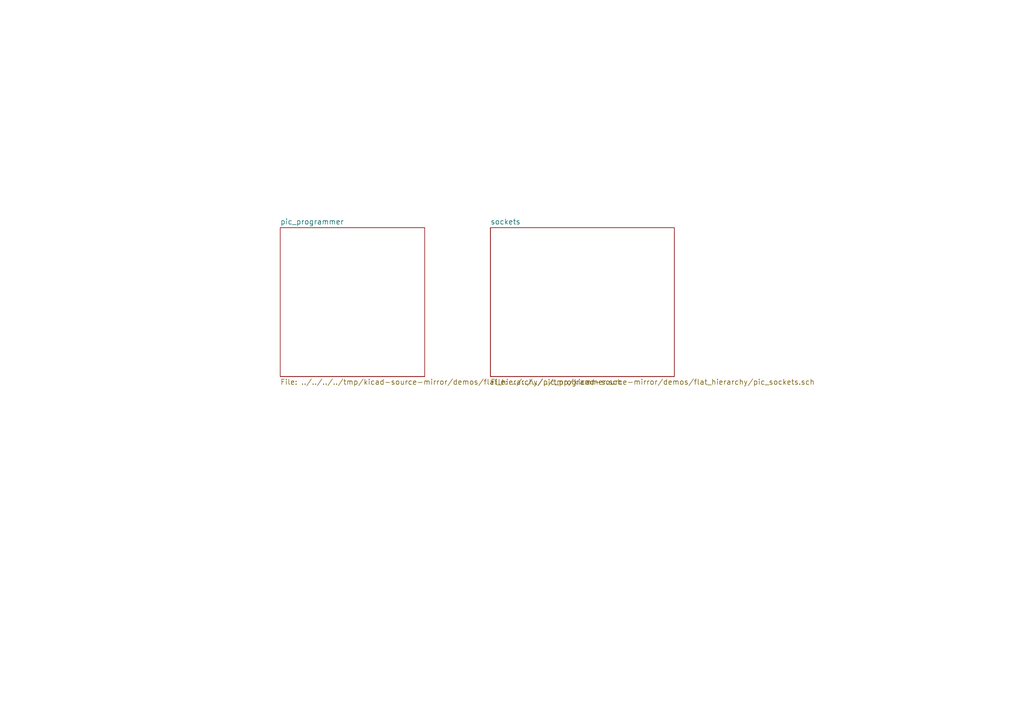
<source format=kicad_sch>
(kicad_sch (version 20230121) (generator eeschema)
  (paper "A4")
  (title_block (date "Sun 22 Mar 2015") (rev "1"))
  (lib_symbols)
  (sheet (at 81.28 66.04) (size 41.91 43.18)
    (property "Sheetname" "pic_programmer" (at 81.28 65.2014 0) (effects (font (size 1.524 1.524)) (justify left bottom)))
    (property "Sheetfile" "../../../../tmp/kicad-source-mirror/demos/flat_hierarchy/pic_programmer.sch" (at 81.28 109.9062 0) (effects (font (size 1.524 1.524)) (justify left top)))
  )
  (sheet (at 142.24 66.04) (size 53.34 43.18)
    (property "Sheetname" "sockets" (at 142.24 65.2014 0) (effects (font (size 1.524 1.524)) (justify left bottom)))
    (property "Sheetfile" "../../../../tmp/kicad-source-mirror/demos/flat_hierarchy/pic_sockets.sch" (at 142.24 109.9062 0) (effects (font (size 1.524 1.524)) (justify left top)))
  )
)
</source>
